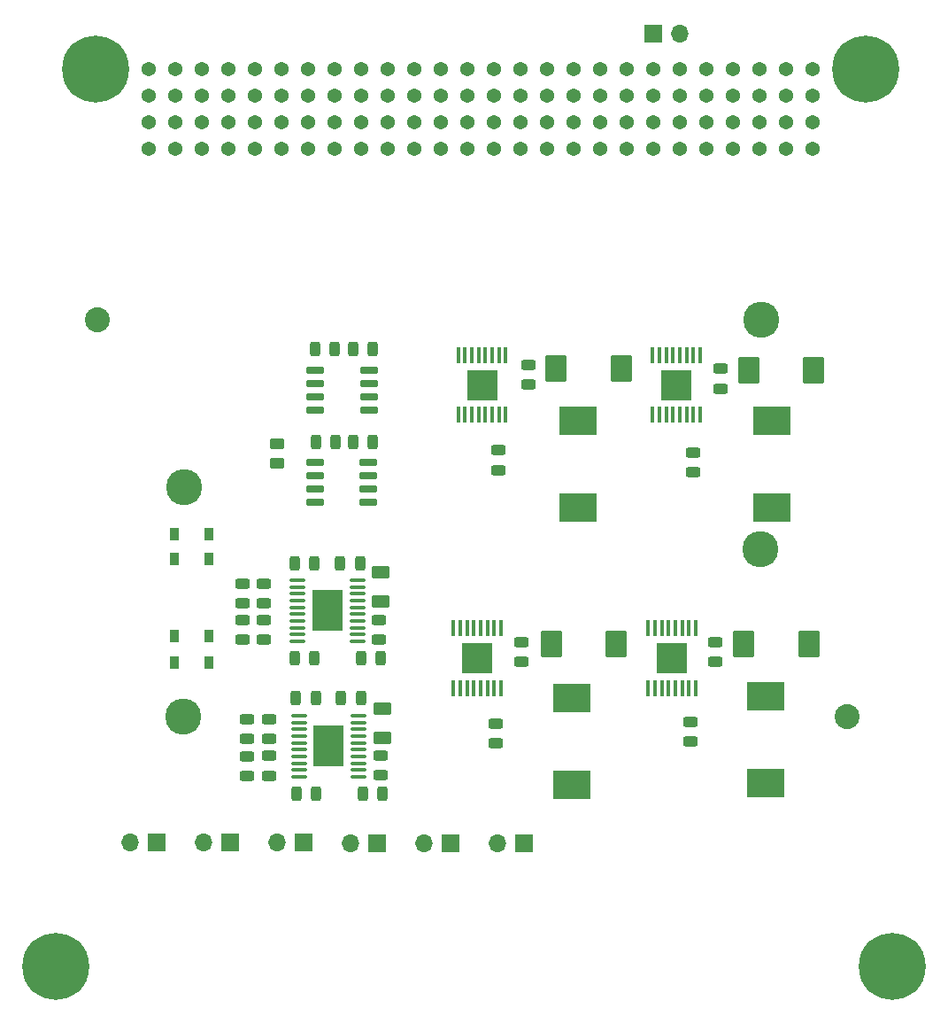
<source format=gbr>
G04 #@! TF.GenerationSoftware,KiCad,Pcbnew,(6.0.8)*
G04 #@! TF.CreationDate,2022-10-24T22:40:05+02:00*
G04 #@! TF.ProjectId,pcdu,70636475-2e6b-4696-9361-645f70636258,rev?*
G04 #@! TF.SameCoordinates,Original*
G04 #@! TF.FileFunction,Soldermask,Bot*
G04 #@! TF.FilePolarity,Negative*
%FSLAX46Y46*%
G04 Gerber Fmt 4.6, Leading zero omitted, Abs format (unit mm)*
G04 Created by KiCad (PCBNEW (6.0.8)) date 2022-10-24 22:40:05*
%MOMM*%
%LPD*%
G01*
G04 APERTURE LIST*
G04 Aperture macros list*
%AMRoundRect*
0 Rectangle with rounded corners*
0 $1 Rounding radius*
0 $2 $3 $4 $5 $6 $7 $8 $9 X,Y pos of 4 corners*
0 Add a 4 corners polygon primitive as box body*
4,1,4,$2,$3,$4,$5,$6,$7,$8,$9,$2,$3,0*
0 Add four circle primitives for the rounded corners*
1,1,$1+$1,$2,$3*
1,1,$1+$1,$4,$5*
1,1,$1+$1,$6,$7*
1,1,$1+$1,$8,$9*
0 Add four rect primitives between the rounded corners*
20,1,$1+$1,$2,$3,$4,$5,0*
20,1,$1+$1,$4,$5,$6,$7,0*
20,1,$1+$1,$6,$7,$8,$9,0*
20,1,$1+$1,$8,$9,$2,$3,0*%
G04 Aperture macros list end*
%ADD10C,1.365000*%
%ADD11C,6.400000*%
%ADD12R,1.700000X1.700000*%
%ADD13O,1.700000X1.700000*%
%ADD14C,3.450000*%
%ADD15C,2.390000*%
%ADD16R,0.900000X1.200000*%
%ADD17RoundRect,0.100000X0.637500X0.100000X-0.637500X0.100000X-0.637500X-0.100000X0.637500X-0.100000X0*%
%ADD18R,2.850000X4.000000*%
%ADD19RoundRect,0.243750X0.456250X-0.243750X0.456250X0.243750X-0.456250X0.243750X-0.456250X-0.243750X0*%
%ADD20RoundRect,0.243750X-0.456250X0.243750X-0.456250X-0.243750X0.456250X-0.243750X0.456250X0.243750X0*%
%ADD21RoundRect,0.243750X-0.243750X-0.456250X0.243750X-0.456250X0.243750X0.456250X-0.243750X0.456250X0*%
%ADD22RoundRect,0.243750X0.243750X0.456250X-0.243750X0.456250X-0.243750X-0.456250X0.243750X-0.456250X0*%
%ADD23R,3.600000X2.700000*%
%ADD24RoundRect,0.250000X0.625000X-0.375000X0.625000X0.375000X-0.625000X0.375000X-0.625000X-0.375000X0*%
%ADD25RoundRect,0.100000X0.100000X-0.675000X0.100000X0.675000X-0.100000X0.675000X-0.100000X-0.675000X0*%
%ADD26R,3.000000X3.000000*%
%ADD27RoundRect,0.150000X-0.725000X-0.150000X0.725000X-0.150000X0.725000X0.150000X-0.725000X0.150000X0*%
%ADD28RoundRect,0.250000X-0.787500X-1.025000X0.787500X-1.025000X0.787500X1.025000X-0.787500X1.025000X0*%
%ADD29RoundRect,0.250000X0.450000X-0.262500X0.450000X0.262500X-0.450000X0.262500X-0.450000X-0.262500X0*%
G04 APERTURE END LIST*
D10*
X96520000Y-53975000D03*
X96520000Y-51435000D03*
X99060000Y-53975000D03*
X99060000Y-51435000D03*
X101600000Y-53975000D03*
X101600000Y-51435000D03*
X104140000Y-53975000D03*
X104140000Y-51435000D03*
X106680000Y-53975000D03*
X106680000Y-51435000D03*
X109220000Y-53975000D03*
X109220000Y-51435000D03*
X111760000Y-53975000D03*
X111760000Y-51435000D03*
X114300000Y-53975000D03*
X114300000Y-51435000D03*
X116840000Y-53975000D03*
X116840000Y-51435000D03*
X119380000Y-53975000D03*
X119380000Y-51435000D03*
X121920000Y-53975000D03*
X121920000Y-51435000D03*
X124460000Y-53975000D03*
X124460000Y-51435000D03*
X127000000Y-53975000D03*
X127000000Y-51435000D03*
X129540000Y-53975000D03*
X129540000Y-51435000D03*
X132080000Y-53975000D03*
X132080000Y-51435000D03*
X134620000Y-53975000D03*
X134620000Y-51435000D03*
X137160000Y-53975000D03*
X137160000Y-51435000D03*
X139700000Y-53975000D03*
X139700000Y-51435000D03*
X142240000Y-53975000D03*
X142240000Y-51435000D03*
X144780000Y-53975000D03*
X144780000Y-51435000D03*
X147320000Y-53975000D03*
X147320000Y-51435000D03*
X149860000Y-53975000D03*
X149860000Y-51435000D03*
X152400000Y-53975000D03*
X152400000Y-51435000D03*
X154940000Y-53975000D03*
X154940000Y-51435000D03*
X157480000Y-53975000D03*
X157480000Y-51435000D03*
X160020000Y-53975000D03*
X160020000Y-51435000D03*
X96520000Y-48895000D03*
X96520000Y-46355000D03*
X99060000Y-48895000D03*
X99060000Y-46355000D03*
X101600000Y-48895000D03*
X101600000Y-46355000D03*
X104140000Y-48895000D03*
X104140000Y-46355000D03*
X106680000Y-48895000D03*
X106680000Y-46355000D03*
X109220000Y-48895000D03*
X109220000Y-46355000D03*
X111760000Y-48895000D03*
X111760000Y-46355000D03*
X114300000Y-48895000D03*
X114300000Y-46355000D03*
X116840000Y-48895000D03*
X116840000Y-46355000D03*
X119380000Y-48895000D03*
X119380000Y-46355000D03*
X121920000Y-48895000D03*
X121920000Y-46355000D03*
X124460000Y-48895000D03*
X124460000Y-46355000D03*
X127000000Y-48895000D03*
X127000000Y-46355000D03*
X129540000Y-48895000D03*
X129540000Y-46355000D03*
X132080000Y-48895000D03*
X132080000Y-46355000D03*
X134620000Y-48895000D03*
X134620000Y-46355000D03*
X137160000Y-48895000D03*
X137160000Y-46355000D03*
X139700000Y-48895000D03*
X139700000Y-46355000D03*
X142240000Y-48895000D03*
X142240000Y-46355000D03*
X144780000Y-48895000D03*
X144780000Y-46355000D03*
X147320000Y-48895000D03*
X147320000Y-46355000D03*
X149860000Y-48895000D03*
X149860000Y-46355000D03*
X152400000Y-48895000D03*
X152400000Y-46355000D03*
X154940000Y-48895000D03*
X154940000Y-46355000D03*
X157480000Y-48895000D03*
X157480000Y-46355000D03*
X160020000Y-48895000D03*
X160020000Y-46355000D03*
D11*
X91440000Y-46355000D03*
X165100000Y-46355000D03*
X87630000Y-132080000D03*
X167640000Y-132080000D03*
D12*
X144780000Y-42926000D03*
D13*
X147320000Y-42926000D03*
D12*
X125365000Y-120297500D03*
D13*
X122825000Y-120297500D03*
D12*
X132365000Y-120297500D03*
D13*
X129825000Y-120297500D03*
D12*
X118365000Y-120297500D03*
D13*
X115825000Y-120297500D03*
D14*
X99800000Y-108200000D03*
X155000000Y-92200000D03*
D15*
X163330000Y-108200000D03*
X91570000Y-70300000D03*
D14*
X99900000Y-86300000D03*
X155100000Y-70300000D03*
D12*
X97296000Y-120268000D03*
D13*
X94756000Y-120268000D03*
D12*
X104296000Y-120268000D03*
D13*
X101756000Y-120268000D03*
D12*
X111296000Y-120268000D03*
D13*
X108756000Y-120268000D03*
D16*
X98969583Y-93202917D03*
X102269583Y-93202917D03*
D17*
X116438583Y-95183958D03*
X116438583Y-95833958D03*
X116438583Y-96483958D03*
X116438583Y-97133958D03*
X116438583Y-97783958D03*
X116438583Y-98433958D03*
X116438583Y-99083958D03*
X116438583Y-99733958D03*
X116438583Y-100383958D03*
X116438583Y-101033958D03*
X110713583Y-101033958D03*
X110713583Y-100383958D03*
X110713583Y-99733958D03*
X110713583Y-99083958D03*
X110713583Y-98433958D03*
X110713583Y-97783958D03*
X110713583Y-97133958D03*
X110713583Y-96483958D03*
X110713583Y-95833958D03*
X110713583Y-95183958D03*
D18*
X113576083Y-98108958D03*
D19*
X148575000Y-84862500D03*
X148575000Y-82987500D03*
D20*
X151175000Y-74987500D03*
X151175000Y-76862500D03*
D21*
X112495500Y-82009000D03*
X114370500Y-82009000D03*
D22*
X117926500Y-82009000D03*
X116051500Y-82009000D03*
D21*
X112417000Y-73119000D03*
X114292000Y-73119000D03*
D22*
X117926500Y-73119000D03*
X116051500Y-73119000D03*
D21*
X110463583Y-102658958D03*
X112338583Y-102658958D03*
X110488583Y-93558958D03*
X112363583Y-93558958D03*
D16*
X98973983Y-90791037D03*
X102273983Y-90791037D03*
X98944583Y-100527917D03*
X102244583Y-100527917D03*
X98944583Y-103067917D03*
X102244583Y-103067917D03*
D20*
X105501083Y-95496458D03*
X105501083Y-97371458D03*
X107526083Y-95496458D03*
X107526083Y-97371458D03*
X105875000Y-108450000D03*
X105875000Y-110325000D03*
D23*
X156072000Y-79979000D03*
X156072000Y-88279000D03*
D19*
X118526083Y-100871458D03*
X118526083Y-98996458D03*
D22*
X118713583Y-102683958D03*
X116838583Y-102683958D03*
D24*
X118676083Y-97258958D03*
X118676083Y-94458958D03*
D19*
X105501083Y-100846458D03*
X105501083Y-98971458D03*
X107526083Y-100846458D03*
X107526083Y-98971458D03*
D25*
X149250000Y-79400000D03*
X148600000Y-79400000D03*
X147950000Y-79400000D03*
X147300000Y-79400000D03*
X146650000Y-79400000D03*
X146000000Y-79400000D03*
X145350000Y-79400000D03*
X144700000Y-79400000D03*
X144700000Y-73650000D03*
X145350000Y-73650000D03*
X146000000Y-73650000D03*
X146650000Y-73650000D03*
X147300000Y-73650000D03*
X147950000Y-73650000D03*
X148600000Y-73650000D03*
X149250000Y-73650000D03*
D26*
X146975000Y-76525000D03*
D27*
X112382000Y-87724000D03*
X112382000Y-86454000D03*
X112382000Y-85184000D03*
X112382000Y-83914000D03*
X117532000Y-83914000D03*
X117532000Y-85184000D03*
X117532000Y-86454000D03*
X117532000Y-87724000D03*
X112400000Y-78920000D03*
X112400000Y-77650000D03*
X112400000Y-76380000D03*
X112400000Y-75110000D03*
X117550000Y-75110000D03*
X117550000Y-76380000D03*
X117550000Y-77650000D03*
X117550000Y-78920000D03*
D28*
X135462500Y-74925000D03*
X141687500Y-74925000D03*
X153862500Y-75125000D03*
X160087500Y-75125000D03*
X134987500Y-101262500D03*
X141212500Y-101262500D03*
D19*
X129975000Y-84662500D03*
X129975000Y-82787500D03*
D20*
X132775000Y-74587500D03*
X132775000Y-76462500D03*
D23*
X137575000Y-79975000D03*
X137575000Y-88275000D03*
D25*
X130650000Y-79400000D03*
X130000000Y-79400000D03*
X129350000Y-79400000D03*
X128700000Y-79400000D03*
X128050000Y-79400000D03*
X127400000Y-79400000D03*
X126750000Y-79400000D03*
X126100000Y-79400000D03*
X126100000Y-73650000D03*
X126750000Y-73650000D03*
X127400000Y-73650000D03*
X128050000Y-73650000D03*
X128700000Y-73650000D03*
X129350000Y-73650000D03*
X130000000Y-73650000D03*
X130650000Y-73650000D03*
D26*
X128375000Y-76525000D03*
D25*
X130200000Y-105537500D03*
X129550000Y-105537500D03*
X128900000Y-105537500D03*
X128250000Y-105537500D03*
X127600000Y-105537500D03*
X126950000Y-105537500D03*
X126300000Y-105537500D03*
X125650000Y-105537500D03*
X125650000Y-99787500D03*
X126300000Y-99787500D03*
X126950000Y-99787500D03*
X127600000Y-99787500D03*
X128250000Y-99787500D03*
X128900000Y-99787500D03*
X129550000Y-99787500D03*
X130200000Y-99787500D03*
D26*
X127925000Y-102662500D03*
D20*
X132100000Y-101125000D03*
X132100000Y-103000000D03*
X150700000Y-101125000D03*
X150700000Y-103000000D03*
D23*
X137004800Y-106429500D03*
X137004800Y-114729500D03*
D19*
X129700000Y-110800000D03*
X129700000Y-108925000D03*
X148300000Y-110600000D03*
X148300000Y-108725000D03*
D28*
X153387500Y-101262500D03*
X159612500Y-101262500D03*
D23*
X155500000Y-106312500D03*
X155500000Y-114612500D03*
D25*
X148814000Y-105485500D03*
X148164000Y-105485500D03*
X147514000Y-105485500D03*
X146864000Y-105485500D03*
X146214000Y-105485500D03*
X145564000Y-105485500D03*
X144914000Y-105485500D03*
X144264000Y-105485500D03*
X144264000Y-99735500D03*
X144914000Y-99735500D03*
X145564000Y-99735500D03*
X146214000Y-99735500D03*
X146864000Y-99735500D03*
X147514000Y-99735500D03*
X148164000Y-99735500D03*
X148814000Y-99735500D03*
D26*
X146539000Y-102610500D03*
D22*
X116688583Y-93558958D03*
X114813583Y-93558958D03*
D21*
X110582083Y-106452917D03*
X112457083Y-106452917D03*
D22*
X116775083Y-106452917D03*
X114900083Y-106452917D03*
D20*
X107975000Y-108450000D03*
X107975000Y-110325000D03*
D17*
X116576083Y-108132917D03*
X116576083Y-108782917D03*
X116576083Y-109432917D03*
X116576083Y-110082917D03*
X116576083Y-110732917D03*
X116576083Y-111382917D03*
X116576083Y-112032917D03*
X116576083Y-112682917D03*
X116576083Y-113332917D03*
X116576083Y-113982917D03*
X110851083Y-113982917D03*
X110851083Y-113332917D03*
X110851083Y-112682917D03*
X110851083Y-112032917D03*
X110851083Y-111382917D03*
X110851083Y-110732917D03*
X110851083Y-110082917D03*
X110851083Y-109432917D03*
X110851083Y-108782917D03*
X110851083Y-108132917D03*
D18*
X113713583Y-111057917D03*
D19*
X118641583Y-113833417D03*
X118641583Y-111958417D03*
D22*
X118829083Y-115595917D03*
X116954083Y-115595917D03*
D19*
X107975000Y-113862500D03*
X107975000Y-111987500D03*
D21*
X110604083Y-115595917D03*
X112479083Y-115595917D03*
D24*
X118841583Y-110245917D03*
X118841583Y-107445917D03*
D19*
X105875000Y-113875000D03*
X105875000Y-112000000D03*
D29*
X108800000Y-84012500D03*
X108800000Y-82187500D03*
M02*

</source>
